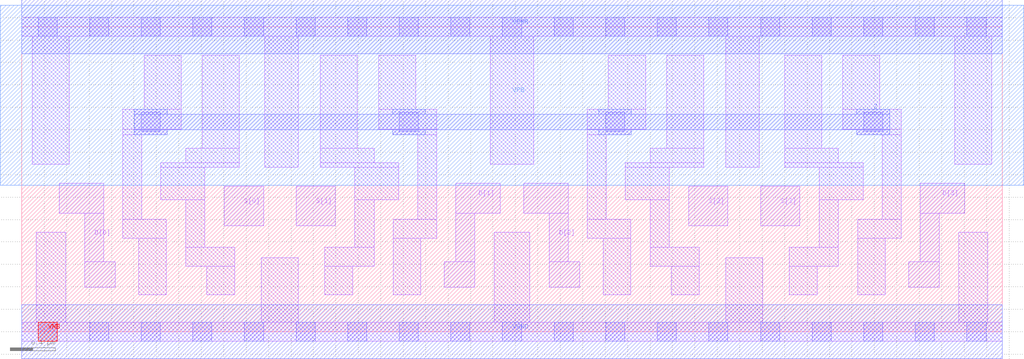
<source format=lef>
# Copyright 2020 The SkyWater PDK Authors
#
# Licensed under the Apache License, Version 2.0 (the "License");
# you may not use this file except in compliance with the License.
# You may obtain a copy of the License at
#
#     https://www.apache.org/licenses/LICENSE-2.0
#
# Unless required by applicable law or agreed to in writing, software
# distributed under the License is distributed on an "AS IS" BASIS,
# WITHOUT WARRANTIES OR CONDITIONS OF ANY KIND, either express or implied.
# See the License for the specific language governing permissions and
# limitations under the License.
#
# SPDX-License-Identifier: Apache-2.0

VERSION 5.7 ;
  NOWIREEXTENSIONATPIN ON ;
  DIVIDERCHAR "/" ;
  BUSBITCHARS "[]" ;
PROPERTYDEFINITIONS
  MACRO maskLayoutSubType STRING ;
  MACRO prCellType STRING ;
  MACRO originalViewName STRING ;
END PROPERTYDEFINITIONS
MACRO sky130_fd_sc_hdll__muxb4to1_1
  CLASS CORE ;
  FOREIGN sky130_fd_sc_hdll__muxb4to1_1 ;
  ORIGIN  0.000000  0.000000 ;
  SIZE  8.740000 BY  2.720000 ;
  SYMMETRY X Y R90 ;
  SITE unithd ;
  PIN D[0]
    ANTENNAGATEAREA  0.277500 ;
    DIRECTION INPUT ;
    USE SIGNAL ;
    PORT
      LAYER li1 ;
        RECT 0.335000 1.055000 0.730000 1.325000 ;
        RECT 0.560000 0.395000 0.835000 0.625000 ;
        RECT 0.560000 0.625000 0.730000 1.055000 ;
    END
  END D[0]
  PIN D[1]
    ANTENNAGATEAREA  0.277500 ;
    DIRECTION INPUT ;
    USE SIGNAL ;
    PORT
      LAYER li1 ;
        RECT 3.765000 0.395000 4.040000 0.625000 ;
        RECT 3.870000 0.625000 4.040000 1.055000 ;
        RECT 3.870000 1.055000 4.265000 1.325000 ;
    END
  END D[1]
  PIN D[2]
    ANTENNAGATEAREA  0.277500 ;
    DIRECTION INPUT ;
    USE SIGNAL ;
    PORT
      LAYER li1 ;
        RECT 4.475000 1.055000 4.870000 1.325000 ;
        RECT 4.700000 0.395000 4.975000 0.625000 ;
        RECT 4.700000 0.625000 4.870000 1.055000 ;
    END
  END D[2]
  PIN D[3]
    ANTENNAGATEAREA  0.277500 ;
    DIRECTION INPUT ;
    USE SIGNAL ;
    PORT
      LAYER li1 ;
        RECT 7.905000 0.395000 8.180000 0.625000 ;
        RECT 8.010000 0.625000 8.180000 1.055000 ;
        RECT 8.010000 1.055000 8.405000 1.325000 ;
    END
  END D[3]
  PIN S[0]
    ANTENNAGATEAREA  0.336000 ;
    DIRECTION INPUT ;
    USE SIGNAL ;
    PORT
      LAYER li1 ;
        RECT 1.805000 0.945000 2.155000 1.295000 ;
    END
  END S[0]
  PIN S[1]
    ANTENNAGATEAREA  0.336000 ;
    DIRECTION INPUT ;
    USE SIGNAL ;
    PORT
      LAYER li1 ;
        RECT 2.445000 0.945000 2.795000 1.295000 ;
    END
  END S[1]
  PIN S[2]
    ANTENNAGATEAREA  0.336000 ;
    DIRECTION INPUT ;
    USE SIGNAL ;
    PORT
      LAYER li1 ;
        RECT 5.945000 0.945000 6.295000 1.295000 ;
    END
  END S[2]
  PIN S[3]
    ANTENNAGATEAREA  0.336000 ;
    DIRECTION INPUT ;
    USE SIGNAL ;
    PORT
      LAYER li1 ;
        RECT 6.585000 0.945000 6.935000 1.295000 ;
    END
  END S[3]
  PIN VGND
    ANTENNADIFFAREA  0.999700 ;
    DIRECTION INOUT ;
    USE SIGNAL ;
    PORT
      LAYER met1 ;
        RECT 0.000000 -0.240000 8.740000 0.240000 ;
    END
  END VGND
  PIN VNB
    PORT
      LAYER pwell ;
        RECT 0.145000 -0.085000 0.315000 0.085000 ;
    END
  END VNB
  PIN VPB
    PORT
      LAYER nwell ;
        RECT -0.190000 1.305000 8.930000 2.910000 ;
    END
  END VPB
  PIN VPWR
    ANTENNADIFFAREA  1.690000 ;
    DIRECTION INOUT ;
    USE SIGNAL ;
    PORT
      LAYER met1 ;
        RECT 0.000000 2.480000 8.740000 2.960000 ;
    END
  END VPWR
  PIN Z
    ANTENNADIFFAREA  1.426400 ;
    DIRECTION OUTPUT ;
    USE SIGNAL ;
    PORT
      LAYER met1 ;
        RECT 1.005000 1.755000 1.295000 1.800000 ;
        RECT 1.005000 1.800000 7.735000 1.940000 ;
        RECT 1.005000 1.940000 1.295000 1.985000 ;
        RECT 3.305000 1.755000 3.595000 1.800000 ;
        RECT 3.305000 1.940000 3.595000 1.985000 ;
        RECT 5.145000 1.755000 5.435000 1.800000 ;
        RECT 5.145000 1.940000 5.435000 1.985000 ;
        RECT 7.445000 1.755000 7.735000 1.800000 ;
        RECT 7.445000 1.940000 7.735000 1.985000 ;
    END
  END Z
  OBS
    LAYER li1 ;
      RECT 0.000000 -0.085000 8.740000 0.085000 ;
      RECT 0.000000  2.635000 8.740000 2.805000 ;
      RECT 0.095000  1.495000 0.425000 2.635000 ;
      RECT 0.130000  0.085000 0.390000 0.885000 ;
      RECT 0.900000  0.835000 1.290000 1.005000 ;
      RECT 0.900000  1.005000 1.070000 1.755000 ;
      RECT 0.900000  1.755000 1.295000 1.805000 ;
      RECT 0.900000  1.805000 1.420000 1.985000 ;
      RECT 1.045000  0.330000 1.290000 0.835000 ;
      RECT 1.090000  1.985000 1.420000 2.465000 ;
      RECT 1.240000  1.175000 1.630000 1.465000 ;
      RECT 1.240000  1.465000 1.940000 1.505000 ;
      RECT 1.460000  0.585000 1.900000 0.755000 ;
      RECT 1.460000  0.755000 1.630000 1.175000 ;
      RECT 1.460000  1.505000 1.940000 1.635000 ;
      RECT 1.610000  1.635000 1.940000 2.465000 ;
      RECT 1.650000  0.330000 1.900000 0.585000 ;
      RECT 2.135000  0.085000 2.465000 0.660000 ;
      RECT 2.165000  1.465000 2.465000 2.635000 ;
      RECT 2.660000  1.465000 3.360000 1.505000 ;
      RECT 2.660000  1.505000 3.140000 1.635000 ;
      RECT 2.660000  1.635000 2.990000 2.465000 ;
      RECT 2.700000  0.330000 2.950000 0.585000 ;
      RECT 2.700000  0.585000 3.140000 0.755000 ;
      RECT 2.970000  0.755000 3.140000 1.175000 ;
      RECT 2.970000  1.175000 3.360000 1.465000 ;
      RECT 3.180000  1.805000 3.700000 1.985000 ;
      RECT 3.180000  1.985000 3.510000 2.465000 ;
      RECT 3.305000  1.755000 3.700000 1.805000 ;
      RECT 3.310000  0.330000 3.555000 0.835000 ;
      RECT 3.310000  0.835000 3.700000 1.005000 ;
      RECT 3.530000  1.005000 3.700000 1.755000 ;
      RECT 4.175000  1.495000 4.565000 2.635000 ;
      RECT 4.210000  0.085000 4.530000 0.885000 ;
      RECT 5.040000  0.835000 5.430000 1.005000 ;
      RECT 5.040000  1.005000 5.210000 1.755000 ;
      RECT 5.040000  1.755000 5.435000 1.805000 ;
      RECT 5.040000  1.805000 5.560000 1.985000 ;
      RECT 5.185000  0.330000 5.430000 0.835000 ;
      RECT 5.230000  1.985000 5.560000 2.465000 ;
      RECT 5.380000  1.175000 5.770000 1.465000 ;
      RECT 5.380000  1.465000 6.080000 1.505000 ;
      RECT 5.600000  0.585000 6.040000 0.755000 ;
      RECT 5.600000  0.755000 5.770000 1.175000 ;
      RECT 5.600000  1.505000 6.080000 1.635000 ;
      RECT 5.750000  1.635000 6.080000 2.465000 ;
      RECT 5.790000  0.330000 6.040000 0.585000 ;
      RECT 6.275000  0.085000 6.605000 0.660000 ;
      RECT 6.275000  1.465000 6.575000 2.635000 ;
      RECT 6.800000  1.465000 7.500000 1.505000 ;
      RECT 6.800000  1.505000 7.280000 1.635000 ;
      RECT 6.800000  1.635000 7.130000 2.465000 ;
      RECT 6.840000  0.330000 7.090000 0.585000 ;
      RECT 6.840000  0.585000 7.280000 0.755000 ;
      RECT 7.110000  0.755000 7.280000 1.175000 ;
      RECT 7.110000  1.175000 7.500000 1.465000 ;
      RECT 7.320000  1.805000 7.840000 1.985000 ;
      RECT 7.320000  1.985000 7.650000 2.465000 ;
      RECT 7.445000  1.755000 7.840000 1.805000 ;
      RECT 7.450000  0.330000 7.695000 0.835000 ;
      RECT 7.450000  0.835000 7.840000 1.005000 ;
      RECT 7.670000  1.005000 7.840000 1.755000 ;
      RECT 8.315000  1.495000 8.645000 2.635000 ;
      RECT 8.350000  0.085000 8.610000 0.885000 ;
    LAYER mcon ;
      RECT 0.145000 -0.085000 0.315000 0.085000 ;
      RECT 0.145000  2.635000 0.315000 2.805000 ;
      RECT 0.605000 -0.085000 0.775000 0.085000 ;
      RECT 0.605000  2.635000 0.775000 2.805000 ;
      RECT 1.065000 -0.085000 1.235000 0.085000 ;
      RECT 1.065000  1.785000 1.235000 1.955000 ;
      RECT 1.065000  2.635000 1.235000 2.805000 ;
      RECT 1.525000 -0.085000 1.695000 0.085000 ;
      RECT 1.525000  2.635000 1.695000 2.805000 ;
      RECT 1.985000 -0.085000 2.155000 0.085000 ;
      RECT 1.985000  2.635000 2.155000 2.805000 ;
      RECT 2.445000 -0.085000 2.615000 0.085000 ;
      RECT 2.445000  2.635000 2.615000 2.805000 ;
      RECT 2.905000 -0.085000 3.075000 0.085000 ;
      RECT 2.905000  2.635000 3.075000 2.805000 ;
      RECT 3.365000 -0.085000 3.535000 0.085000 ;
      RECT 3.365000  1.785000 3.535000 1.955000 ;
      RECT 3.365000  2.635000 3.535000 2.805000 ;
      RECT 3.825000 -0.085000 3.995000 0.085000 ;
      RECT 3.825000  2.635000 3.995000 2.805000 ;
      RECT 4.285000 -0.085000 4.455000 0.085000 ;
      RECT 4.285000  2.635000 4.455000 2.805000 ;
      RECT 4.745000 -0.085000 4.915000 0.085000 ;
      RECT 4.745000  2.635000 4.915000 2.805000 ;
      RECT 5.205000 -0.085000 5.375000 0.085000 ;
      RECT 5.205000  1.785000 5.375000 1.955000 ;
      RECT 5.205000  2.635000 5.375000 2.805000 ;
      RECT 5.665000 -0.085000 5.835000 0.085000 ;
      RECT 5.665000  2.635000 5.835000 2.805000 ;
      RECT 6.125000 -0.085000 6.295000 0.085000 ;
      RECT 6.125000  2.635000 6.295000 2.805000 ;
      RECT 6.585000 -0.085000 6.755000 0.085000 ;
      RECT 6.585000  2.635000 6.755000 2.805000 ;
      RECT 7.045000 -0.085000 7.215000 0.085000 ;
      RECT 7.045000  2.635000 7.215000 2.805000 ;
      RECT 7.505000 -0.085000 7.675000 0.085000 ;
      RECT 7.505000  1.785000 7.675000 1.955000 ;
      RECT 7.505000  2.635000 7.675000 2.805000 ;
      RECT 7.965000 -0.085000 8.135000 0.085000 ;
      RECT 7.965000  2.635000 8.135000 2.805000 ;
      RECT 8.425000 -0.085000 8.595000 0.085000 ;
      RECT 8.425000  2.635000 8.595000 2.805000 ;
  END
  PROPERTY maskLayoutSubType "abstract" ;
  PROPERTY prCellType "standard" ;
  PROPERTY originalViewName "layout" ;
END sky130_fd_sc_hdll__muxb4to1_1
END LIBRARY

</source>
